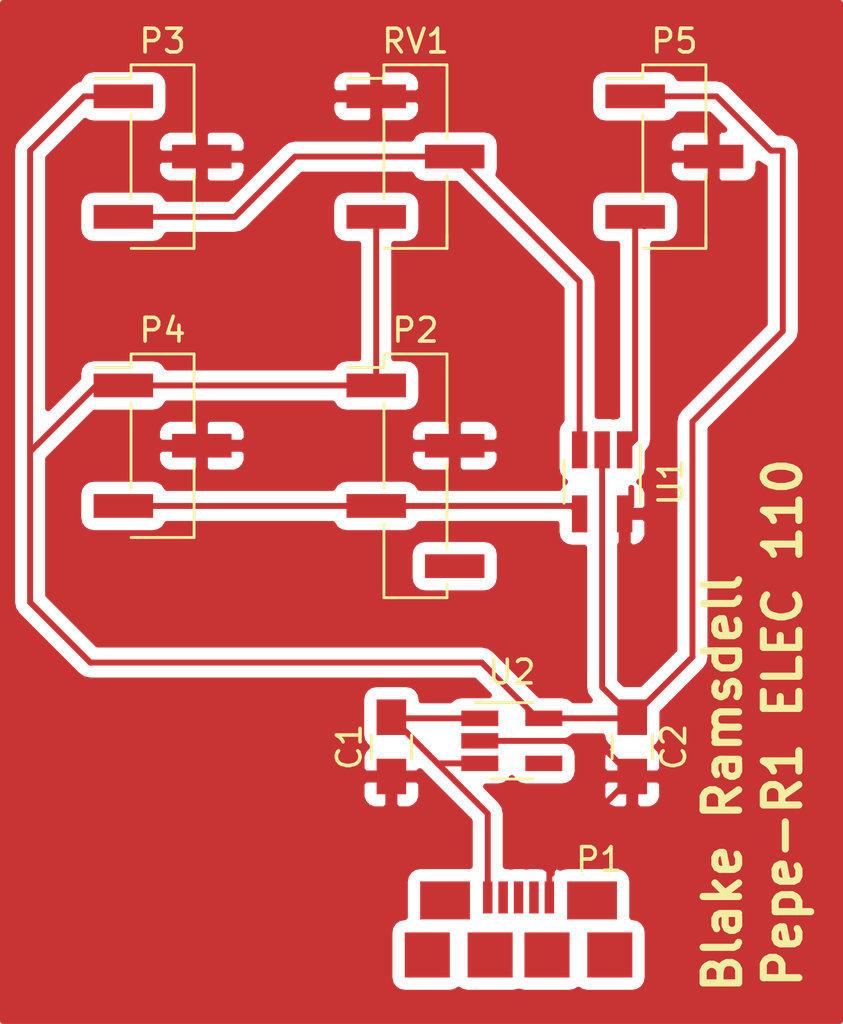
<source format=kicad_pcb>
(kicad_pcb (version 20170920) (host pcbnew "(2017-09-21 revision 427e5ec)-master")

  (general
    (thickness 1.6)
    (drawings 2)
    (tracks 48)
    (zones 0)
    (modules 10)
    (nets 12)
  )

  (page A4)
  (layers
    (0 F.Cu signal)
    (31 B.Cu signal)
    (32 B.Adhes user)
    (33 F.Adhes user)
    (34 B.Paste user)
    (35 F.Paste user)
    (36 B.SilkS user)
    (37 F.SilkS user)
    (38 B.Mask user)
    (39 F.Mask user)
    (40 Dwgs.User user)
    (41 Cmts.User user)
    (42 Eco1.User user)
    (43 Eco2.User user)
    (44 Edge.Cuts user)
    (45 Margin user)
    (46 B.CrtYd user)
    (47 F.CrtYd user)
    (48 B.Fab user)
    (49 F.Fab user)
  )

  (setup
    (last_trace_width 0.25)
    (trace_clearance 0.2)
    (zone_clearance 0.508)
    (zone_45_only yes)
    (trace_min 0.2)
    (segment_width 0.2)
    (edge_width 0.15)
    (via_size 0.8)
    (via_drill 0.4)
    (via_min_size 0.4)
    (via_min_drill 0.3)
    (uvia_size 0.3)
    (uvia_drill 0.1)
    (uvias_allowed no)
    (uvia_min_size 0.2)
    (uvia_min_drill 0.1)
    (pcb_text_width 0.3)
    (pcb_text_size 1.5 1.5)
    (mod_edge_width 0.15)
    (mod_text_size 1 1)
    (mod_text_width 0.15)
    (pad_size 1.524 1.524)
    (pad_drill 0.762)
    (pad_to_mask_clearance 0.2)
    (aux_axis_origin 0 0)
    (visible_elements FFFFFF7F)
    (pcbplotparams
      (layerselection 0x00030_ffffffff)
      (usegerberextensions false)
      (usegerberattributes true)
      (usegerberadvancedattributes true)
      (creategerberjobfile true)
      (excludeedgelayer true)
      (linewidth 0.100000)
      (plotframeref false)
      (viasonmask false)
      (mode 1)
      (useauxorigin false)
      (hpglpennumber 1)
      (hpglpenspeed 20)
      (hpglpendiameter 15)
      (psnegative false)
      (psa4output false)
      (plotreference true)
      (plotvalue true)
      (plotinvisibletext false)
      (padsonsilk false)
      (subtractmaskfromsilk false)
      (outputformat 1)
      (mirror false)
      (drillshape 1)
      (scaleselection 1)
      (outputdirectory ""))
  )

  (net 0 "")
  (net 1 GND)
  (net 2 VCC)
  (net 3 +5V)
  (net 4 "Net-(P1-Pad6)")
  (net 5 "Net-(P1-Pad4)")
  (net 6 "Net-(P1-Pad3)")
  (net 7 "Net-(P1-Pad2)")
  (net 8 ~ENABLE)
  (net 9 VOC)
  (net 10 SETPOINT)
  (net 11 OUTPUT)

  (net_class Default "This is the default net class."
    (clearance 0.2)
    (trace_width 0.25)
    (via_dia 0.8)
    (via_drill 0.4)
    (uvia_dia 0.3)
    (uvia_drill 0.1)
    (add_net +5V)
    (add_net GND)
    (add_net "Net-(P1-Pad2)")
    (add_net "Net-(P1-Pad3)")
    (add_net "Net-(P1-Pad4)")
    (add_net "Net-(P1-Pad6)")
    (add_net OUTPUT)
    (add_net SETPOINT)
    (add_net VCC)
    (add_net VOC)
    (add_net ~ENABLE)
  )

  (module TO_SOT_Packages_SMD:SOT-23-5_HandSoldering (layer F.Cu) (tedit 59D1BBBB) (tstamp 59D2385B)
    (at 91.44 60.96 270)
    (descr "5-pin SOT23 package")
    (tags "SOT-23-5 hand-soldering")
    (path /59D1B9B6)
    (attr smd)
    (fp_text reference U1 (at 0 -2.9 270) (layer F.SilkS)
      (effects (font (size 1 1) (thickness 0.15)))
    )
    (fp_text value MIC7211YM5 (at 0 2.9 270) (layer F.Fab) hide
      (effects (font (size 1 1) (thickness 0.15)))
    )
    (fp_text user %R (at 0 0) (layer F.Fab)
      (effects (font (size 0.5 0.5) (thickness 0.075)))
    )
    (fp_line (start -0.9 1.61) (end 0.9 1.61) (layer F.SilkS) (width 0.12))
    (fp_line (start 0.9 -1.61) (end -1.55 -1.61) (layer F.SilkS) (width 0.12))
    (fp_line (start -0.9 -0.9) (end -0.25 -1.55) (layer F.Fab) (width 0.1))
    (fp_line (start 0.9 -1.55) (end -0.25 -1.55) (layer F.Fab) (width 0.1))
    (fp_line (start -0.9 -0.9) (end -0.9 1.55) (layer F.Fab) (width 0.1))
    (fp_line (start 0.9 1.55) (end -0.9 1.55) (layer F.Fab) (width 0.1))
    (fp_line (start 0.9 -1.55) (end 0.9 1.55) (layer F.Fab) (width 0.1))
    (fp_line (start -2.38 -1.8) (end 2.38 -1.8) (layer F.CrtYd) (width 0.05))
    (fp_line (start -2.38 -1.8) (end -2.38 1.8) (layer F.CrtYd) (width 0.05))
    (fp_line (start 2.38 1.8) (end 2.38 -1.8) (layer F.CrtYd) (width 0.05))
    (fp_line (start 2.38 1.8) (end -2.38 1.8) (layer F.CrtYd) (width 0.05))
    (pad 1 smd rect (at -1.35 -0.95 270) (size 1.56 0.65) (layers F.Cu F.Paste F.Mask)
      (net 11 OUTPUT))
    (pad 2 smd rect (at -1.35 0 270) (size 1.56 0.65) (layers F.Cu F.Paste F.Mask)
      (net 3 +5V))
    (pad 3 smd rect (at -1.35 0.95 270) (size 1.56 0.65) (layers F.Cu F.Paste F.Mask)
      (net 10 SETPOINT))
    (pad 4 smd rect (at 1.35 0.95 270) (size 1.56 0.65) (layers F.Cu F.Paste F.Mask)
      (net 9 VOC))
    (pad 5 smd rect (at 1.35 -0.95 270) (size 1.56 0.65) (layers F.Cu F.Paste F.Mask)
      (net 1 GND))
    (model ${KISYS3DMOD}/TO_SOT_Packages_SMD.3dshapes\SOT-23-5.wrl
      (at (xyz 0 0 0))
      (scale (xyz 1 1 1))
      (rotate (xyz 0 0 0))
    )
  )

  (module Capacitors_SMD:C_0805_HandSoldering (layer F.Cu) (tedit 59D188CB) (tstamp 59D2377F)
    (at 82.55 72.136 270)
    (descr "Capacitor SMD 0805, hand soldering")
    (tags "capacitor 0805")
    (path /59D078C8)
    (attr smd)
    (fp_text reference C1 (at 0 1.778 270) (layer F.SilkS)
      (effects (font (size 1 1) (thickness 0.15)))
    )
    (fp_text value 1µF (at 0 1.75 270) (layer F.Fab) hide
      (effects (font (size 1 1) (thickness 0.15)))
    )
    (fp_line (start 2.25 0.87) (end -2.25 0.87) (layer F.CrtYd) (width 0.05))
    (fp_line (start 2.25 0.87) (end 2.25 -0.88) (layer F.CrtYd) (width 0.05))
    (fp_line (start -2.25 -0.88) (end -2.25 0.87) (layer F.CrtYd) (width 0.05))
    (fp_line (start -2.25 -0.88) (end 2.25 -0.88) (layer F.CrtYd) (width 0.05))
    (fp_line (start -0.5 0.85) (end 0.5 0.85) (layer F.SilkS) (width 0.12))
    (fp_line (start 0.5 -0.85) (end -0.5 -0.85) (layer F.SilkS) (width 0.12))
    (fp_line (start -1 -0.62) (end 1 -0.62) (layer F.Fab) (width 0.1))
    (fp_line (start 1 -0.62) (end 1 0.62) (layer F.Fab) (width 0.1))
    (fp_line (start 1 0.62) (end -1 0.62) (layer F.Fab) (width 0.1))
    (fp_line (start -1 0.62) (end -1 -0.62) (layer F.Fab) (width 0.1))
    (fp_text user %R (at 0 1.778 270) (layer F.Fab)
      (effects (font (size 1 1) (thickness 0.15)))
    )
    (pad 2 smd rect (at 1.25 0 270) (size 1.5 1.25) (layers F.Cu F.Paste F.Mask)
      (net 1 GND))
    (pad 1 smd rect (at -1.25 0 270) (size 1.5 1.25) (layers F.Cu F.Paste F.Mask)
      (net 2 VCC))
    (model Capacitors_SMD.3dshapes/C_0805.wrl
      (at (xyz 0 0 0))
      (scale (xyz 1 1 1))
      (rotate (xyz 0 0 0))
    )
  )

  (module Capacitors_SMD:C_0805_HandSoldering (layer F.Cu) (tedit 59D18889) (tstamp 59D23790)
    (at 92.71 72.136 270)
    (descr "Capacitor SMD 0805, hand soldering")
    (tags "capacitor 0805")
    (path /59D07931)
    (attr smd)
    (fp_text reference C2 (at 0 -1.75 270) (layer F.SilkS)
      (effects (font (size 1 1) (thickness 0.15)))
    )
    (fp_text value 1µF (at 0 1.75 270) (layer F.Fab) hide
      (effects (font (size 1 1) (thickness 0.15)))
    )
    (fp_text user %R (at 0 -1.75 270) (layer F.Fab)
      (effects (font (size 1 1) (thickness 0.15)))
    )
    (fp_line (start -1 0.62) (end -1 -0.62) (layer F.Fab) (width 0.1))
    (fp_line (start 1 0.62) (end -1 0.62) (layer F.Fab) (width 0.1))
    (fp_line (start 1 -0.62) (end 1 0.62) (layer F.Fab) (width 0.1))
    (fp_line (start -1 -0.62) (end 1 -0.62) (layer F.Fab) (width 0.1))
    (fp_line (start 0.5 -0.85) (end -0.5 -0.85) (layer F.SilkS) (width 0.12))
    (fp_line (start -0.5 0.85) (end 0.5 0.85) (layer F.SilkS) (width 0.12))
    (fp_line (start -2.25 -0.88) (end 2.25 -0.88) (layer F.CrtYd) (width 0.05))
    (fp_line (start -2.25 -0.88) (end -2.25 0.87) (layer F.CrtYd) (width 0.05))
    (fp_line (start 2.25 0.87) (end 2.25 -0.88) (layer F.CrtYd) (width 0.05))
    (fp_line (start 2.25 0.87) (end -2.25 0.87) (layer F.CrtYd) (width 0.05))
    (pad 1 smd rect (at -1.25 0 270) (size 1.5 1.25) (layers F.Cu F.Paste F.Mask)
      (net 3 +5V))
    (pad 2 smd rect (at 1.25 0 270) (size 1.5 1.25) (layers F.Cu F.Paste F.Mask)
      (net 1 GND))
    (model Capacitors_SMD.3dshapes/C_0805.wrl
      (at (xyz 0 0 0))
      (scale (xyz 1 1 1))
      (rotate (xyz 0 0 0))
    )
  )

  (module Pepe:USB_OTG (layer F.Cu) (tedit 59D18B13) (tstamp 59D2379F)
    (at 86.614 78.486)
    (path /59D0741D)
    (fp_text reference P1 (at 4.7 -1.6) (layer F.SilkS)
      (effects (font (size 1 1) (thickness 0.15)))
    )
    (fp_text value USB_OTG (at -1.6 -1.6) (layer F.Fab) hide
      (effects (font (size 1 1) (thickness 0.15)))
    )
    (pad "" smd rect (at 5.15 2.425) (size 1.9 1.9) (layers F.Cu F.Paste F.Mask))
    (pad "" smd rect (at -2.55 2.425) (size 1.9 1.9) (layers F.Cu F.Paste F.Mask))
    (pad "" smd rect (at 2.5 2.425) (size 1.9 1.9) (layers F.Cu F.Paste F.Mask))
    (pad "" smd rect (at 0.1 2.425) (size 1.9 1.9) (layers F.Cu F.Paste F.Mask))
    (pad 6 smd rect (at 4.4 0.125) (size 2.1 1.6) (layers F.Cu F.Paste F.Mask)
      (net 4 "Net-(P1-Pad6)"))
    (pad "" smd rect (at -1.8 0.125) (size 2.1 1.6) (layers F.Cu F.Paste F.Mask))
    (pad 5 smd rect (at 2.6 0) (size 0.4 1.35) (layers F.Cu F.Paste F.Mask)
      (net 1 GND))
    (pad 4 smd rect (at 1.95 0) (size 0.4 1.35) (layers F.Cu F.Paste F.Mask)
      (net 5 "Net-(P1-Pad4)"))
    (pad 3 smd rect (at 1.3 0) (size 0.4 1.35) (layers F.Cu F.Paste F.Mask)
      (net 6 "Net-(P1-Pad3)"))
    (pad 2 smd rect (at 0.65 0) (size 0.4 1.35) (layers F.Cu F.Paste F.Mask)
      (net 7 "Net-(P1-Pad2)"))
    (pad 1 smd rect (at 0 0) (size 0.4 1.35) (layers F.Cu F.Paste F.Mask)
      (net 2 VCC))
  )

  (module Pin_Headers:Pin_Header_Straight_1x04_Pitch2.54mm_SMD_Pin1Left (layer F.Cu) (tedit 59650532) (tstamp 59D237C6)
    (at 83.566 60.706)
    (descr "surface-mounted straight pin header, 1x04, 2.54mm pitch, single row, style 1 (pin 1 left)")
    (tags "Surface mounted pin header SMD 1x04 2.54mm single row style1 pin1 left")
    (path /59D0973D)
    (attr smd)
    (fp_text reference P2 (at 0 -6.14) (layer F.SilkS)
      (effects (font (size 1 1) (thickness 0.15)))
    )
    (fp_text value VOC_CONN (at 0 6.14) (layer F.Fab)
      (effects (font (size 1 1) (thickness 0.15)))
    )
    (fp_text user %R (at 0 0 90) (layer F.Fab)
      (effects (font (size 1 1) (thickness 0.15)))
    )
    (fp_line (start 3.45 -5.6) (end -3.45 -5.6) (layer F.CrtYd) (width 0.05))
    (fp_line (start 3.45 5.6) (end 3.45 -5.6) (layer F.CrtYd) (width 0.05))
    (fp_line (start -3.45 5.6) (end 3.45 5.6) (layer F.CrtYd) (width 0.05))
    (fp_line (start -3.45 -5.6) (end -3.45 5.6) (layer F.CrtYd) (width 0.05))
    (fp_line (start -1.33 2.03) (end -1.33 5.14) (layer F.SilkS) (width 0.12))
    (fp_line (start -1.33 -3.05) (end -1.33 0.51) (layer F.SilkS) (width 0.12))
    (fp_line (start 1.33 -0.51) (end 1.33 3.05) (layer F.SilkS) (width 0.12))
    (fp_line (start 1.33 4.57) (end 1.33 5.14) (layer F.SilkS) (width 0.12))
    (fp_line (start -1.33 -5.14) (end -1.33 -4.57) (layer F.SilkS) (width 0.12))
    (fp_line (start -1.33 -4.57) (end -2.85 -4.57) (layer F.SilkS) (width 0.12))
    (fp_line (start 1.33 -5.14) (end 1.33 -2.03) (layer F.SilkS) (width 0.12))
    (fp_line (start -1.33 5.14) (end 1.33 5.14) (layer F.SilkS) (width 0.12))
    (fp_line (start -1.33 -5.14) (end 1.33 -5.14) (layer F.SilkS) (width 0.12))
    (fp_line (start 2.54 4.13) (end 1.27 4.13) (layer F.Fab) (width 0.1))
    (fp_line (start 2.54 3.49) (end 2.54 4.13) (layer F.Fab) (width 0.1))
    (fp_line (start 1.27 3.49) (end 2.54 3.49) (layer F.Fab) (width 0.1))
    (fp_line (start 2.54 -0.95) (end 1.27 -0.95) (layer F.Fab) (width 0.1))
    (fp_line (start 2.54 -1.59) (end 2.54 -0.95) (layer F.Fab) (width 0.1))
    (fp_line (start 1.27 -1.59) (end 2.54 -1.59) (layer F.Fab) (width 0.1))
    (fp_line (start -2.54 1.59) (end -1.27 1.59) (layer F.Fab) (width 0.1))
    (fp_line (start -2.54 0.95) (end -2.54 1.59) (layer F.Fab) (width 0.1))
    (fp_line (start -1.27 0.95) (end -2.54 0.95) (layer F.Fab) (width 0.1))
    (fp_line (start -2.54 -3.49) (end -1.27 -3.49) (layer F.Fab) (width 0.1))
    (fp_line (start -2.54 -4.13) (end -2.54 -3.49) (layer F.Fab) (width 0.1))
    (fp_line (start -1.27 -4.13) (end -2.54 -4.13) (layer F.Fab) (width 0.1))
    (fp_line (start 1.27 -5.08) (end 1.27 5.08) (layer F.Fab) (width 0.1))
    (fp_line (start -1.27 -4.13) (end -0.32 -5.08) (layer F.Fab) (width 0.1))
    (fp_line (start -1.27 5.08) (end -1.27 -4.13) (layer F.Fab) (width 0.1))
    (fp_line (start -0.32 -5.08) (end 1.27 -5.08) (layer F.Fab) (width 0.1))
    (fp_line (start 1.27 5.08) (end -1.27 5.08) (layer F.Fab) (width 0.1))
    (pad 4 smd rect (at 1.655 3.81) (size 2.51 1) (layers F.Cu F.Paste F.Mask)
      (net 8 ~ENABLE))
    (pad 2 smd rect (at 1.655 -1.27) (size 2.51 1) (layers F.Cu F.Paste F.Mask)
      (net 1 GND))
    (pad 3 smd rect (at -1.655 1.27) (size 2.51 1) (layers F.Cu F.Paste F.Mask)
      (net 9 VOC))
    (pad 1 smd rect (at -1.655 -3.81) (size 2.51 1) (layers F.Cu F.Paste F.Mask)
      (net 3 +5V))
    (model ${KISYS3DMOD}/Pin_Headers.3dshapes/Pin_Header_Straight_1x04_Pitch2.54mm_SMD_Pin1Left.wrl
      (at (xyz 0 0 0))
      (scale (xyz 1 1 1))
      (rotate (xyz 0 0 0))
    )
  )

  (module Pin_Headers:Pin_Header_Straight_1x03_Pitch2.54mm_SMD_Pin1Left (layer F.Cu) (tedit 59650532) (tstamp 59D237E8)
    (at 72.898 47.244)
    (descr "surface-mounted straight pin header, 1x03, 2.54mm pitch, single row, style 1 (pin 1 left)")
    (tags "Surface mounted pin header SMD 1x03 2.54mm single row style1 pin1 left")
    (path /59D0A568)
    (attr smd)
    (fp_text reference P3 (at 0 -4.87) (layer F.SilkS)
      (effects (font (size 1 1) (thickness 0.15)))
    )
    (fp_text value DBG_SETPOINT (at 0 4.87) (layer F.Fab)
      (effects (font (size 1 1) (thickness 0.15)))
    )
    (fp_line (start 1.27 3.81) (end -1.27 3.81) (layer F.Fab) (width 0.1))
    (fp_line (start -0.32 -3.81) (end 1.27 -3.81) (layer F.Fab) (width 0.1))
    (fp_line (start -1.27 3.81) (end -1.27 -2.86) (layer F.Fab) (width 0.1))
    (fp_line (start -1.27 -2.86) (end -0.32 -3.81) (layer F.Fab) (width 0.1))
    (fp_line (start 1.27 -3.81) (end 1.27 3.81) (layer F.Fab) (width 0.1))
    (fp_line (start -1.27 -2.86) (end -2.54 -2.86) (layer F.Fab) (width 0.1))
    (fp_line (start -2.54 -2.86) (end -2.54 -2.22) (layer F.Fab) (width 0.1))
    (fp_line (start -2.54 -2.22) (end -1.27 -2.22) (layer F.Fab) (width 0.1))
    (fp_line (start -1.27 2.22) (end -2.54 2.22) (layer F.Fab) (width 0.1))
    (fp_line (start -2.54 2.22) (end -2.54 2.86) (layer F.Fab) (width 0.1))
    (fp_line (start -2.54 2.86) (end -1.27 2.86) (layer F.Fab) (width 0.1))
    (fp_line (start 1.27 -0.32) (end 2.54 -0.32) (layer F.Fab) (width 0.1))
    (fp_line (start 2.54 -0.32) (end 2.54 0.32) (layer F.Fab) (width 0.1))
    (fp_line (start 2.54 0.32) (end 1.27 0.32) (layer F.Fab) (width 0.1))
    (fp_line (start -1.33 -3.87) (end 1.33 -3.87) (layer F.SilkS) (width 0.12))
    (fp_line (start -1.33 3.87) (end 1.33 3.87) (layer F.SilkS) (width 0.12))
    (fp_line (start 1.33 -3.87) (end 1.33 -0.76) (layer F.SilkS) (width 0.12))
    (fp_line (start -1.33 -3.3) (end -2.85 -3.3) (layer F.SilkS) (width 0.12))
    (fp_line (start -1.33 -3.87) (end -1.33 -3.3) (layer F.SilkS) (width 0.12))
    (fp_line (start 1.33 3.3) (end 1.33 3.87) (layer F.SilkS) (width 0.12))
    (fp_line (start 1.33 0.76) (end 1.33 3.87) (layer F.SilkS) (width 0.12))
    (fp_line (start -1.33 -1.78) (end -1.33 1.78) (layer F.SilkS) (width 0.12))
    (fp_line (start -3.45 -4.35) (end -3.45 4.35) (layer F.CrtYd) (width 0.05))
    (fp_line (start -3.45 4.35) (end 3.45 4.35) (layer F.CrtYd) (width 0.05))
    (fp_line (start 3.45 4.35) (end 3.45 -4.35) (layer F.CrtYd) (width 0.05))
    (fp_line (start 3.45 -4.35) (end -3.45 -4.35) (layer F.CrtYd) (width 0.05))
    (fp_text user %R (at 0 0 90) (layer F.Fab)
      (effects (font (size 1 1) (thickness 0.15)))
    )
    (pad 1 smd rect (at -1.655 -2.54) (size 2.51 1) (layers F.Cu F.Paste F.Mask)
      (net 3 +5V))
    (pad 3 smd rect (at -1.655 2.54) (size 2.51 1) (layers F.Cu F.Paste F.Mask)
      (net 10 SETPOINT))
    (pad 2 smd rect (at 1.655 0) (size 2.51 1) (layers F.Cu F.Paste F.Mask)
      (net 1 GND))
    (model ${KISYS3DMOD}/Pin_Headers.3dshapes/Pin_Header_Straight_1x03_Pitch2.54mm_SMD_Pin1Left.wrl
      (at (xyz 0 0 0))
      (scale (xyz 1 1 1))
      (rotate (xyz 0 0 0))
    )
  )

  (module Pin_Headers:Pin_Header_Straight_1x03_Pitch2.54mm_SMD_Pin1Left (layer F.Cu) (tedit 59650532) (tstamp 59D2380A)
    (at 72.898 59.436)
    (descr "surface-mounted straight pin header, 1x03, 2.54mm pitch, single row, style 1 (pin 1 left)")
    (tags "Surface mounted pin header SMD 1x03 2.54mm single row style1 pin1 left")
    (path /59D0A9A5)
    (attr smd)
    (fp_text reference P4 (at 0 -4.87) (layer F.SilkS)
      (effects (font (size 1 1) (thickness 0.15)))
    )
    (fp_text value DBG_VOC (at 0 4.87) (layer F.Fab)
      (effects (font (size 1 1) (thickness 0.15)))
    )
    (fp_text user %R (at 0 0 90) (layer F.Fab)
      (effects (font (size 1 1) (thickness 0.15)))
    )
    (fp_line (start 3.45 -4.35) (end -3.45 -4.35) (layer F.CrtYd) (width 0.05))
    (fp_line (start 3.45 4.35) (end 3.45 -4.35) (layer F.CrtYd) (width 0.05))
    (fp_line (start -3.45 4.35) (end 3.45 4.35) (layer F.CrtYd) (width 0.05))
    (fp_line (start -3.45 -4.35) (end -3.45 4.35) (layer F.CrtYd) (width 0.05))
    (fp_line (start -1.33 -1.78) (end -1.33 1.78) (layer F.SilkS) (width 0.12))
    (fp_line (start 1.33 0.76) (end 1.33 3.87) (layer F.SilkS) (width 0.12))
    (fp_line (start 1.33 3.3) (end 1.33 3.87) (layer F.SilkS) (width 0.12))
    (fp_line (start -1.33 -3.87) (end -1.33 -3.3) (layer F.SilkS) (width 0.12))
    (fp_line (start -1.33 -3.3) (end -2.85 -3.3) (layer F.SilkS) (width 0.12))
    (fp_line (start 1.33 -3.87) (end 1.33 -0.76) (layer F.SilkS) (width 0.12))
    (fp_line (start -1.33 3.87) (end 1.33 3.87) (layer F.SilkS) (width 0.12))
    (fp_line (start -1.33 -3.87) (end 1.33 -3.87) (layer F.SilkS) (width 0.12))
    (fp_line (start 2.54 0.32) (end 1.27 0.32) (layer F.Fab) (width 0.1))
    (fp_line (start 2.54 -0.32) (end 2.54 0.32) (layer F.Fab) (width 0.1))
    (fp_line (start 1.27 -0.32) (end 2.54 -0.32) (layer F.Fab) (width 0.1))
    (fp_line (start -2.54 2.86) (end -1.27 2.86) (layer F.Fab) (width 0.1))
    (fp_line (start -2.54 2.22) (end -2.54 2.86) (layer F.Fab) (width 0.1))
    (fp_line (start -1.27 2.22) (end -2.54 2.22) (layer F.Fab) (width 0.1))
    (fp_line (start -2.54 -2.22) (end -1.27 -2.22) (layer F.Fab) (width 0.1))
    (fp_line (start -2.54 -2.86) (end -2.54 -2.22) (layer F.Fab) (width 0.1))
    (fp_line (start -1.27 -2.86) (end -2.54 -2.86) (layer F.Fab) (width 0.1))
    (fp_line (start 1.27 -3.81) (end 1.27 3.81) (layer F.Fab) (width 0.1))
    (fp_line (start -1.27 -2.86) (end -0.32 -3.81) (layer F.Fab) (width 0.1))
    (fp_line (start -1.27 3.81) (end -1.27 -2.86) (layer F.Fab) (width 0.1))
    (fp_line (start -0.32 -3.81) (end 1.27 -3.81) (layer F.Fab) (width 0.1))
    (fp_line (start 1.27 3.81) (end -1.27 3.81) (layer F.Fab) (width 0.1))
    (pad 2 smd rect (at 1.655 0) (size 2.51 1) (layers F.Cu F.Paste F.Mask)
      (net 1 GND))
    (pad 3 smd rect (at -1.655 2.54) (size 2.51 1) (layers F.Cu F.Paste F.Mask)
      (net 9 VOC))
    (pad 1 smd rect (at -1.655 -2.54) (size 2.51 1) (layers F.Cu F.Paste F.Mask)
      (net 3 +5V))
    (model ${KISYS3DMOD}/Pin_Headers.3dshapes/Pin_Header_Straight_1x03_Pitch2.54mm_SMD_Pin1Left.wrl
      (at (xyz 0 0 0))
      (scale (xyz 1 1 1))
      (rotate (xyz 0 0 0))
    )
  )

  (module Pin_Headers:Pin_Header_Straight_1x03_Pitch2.54mm_SMD_Pin1Left (layer F.Cu) (tedit 59650532) (tstamp 59D2382C)
    (at 94.488 47.244)
    (descr "surface-mounted straight pin header, 1x03, 2.54mm pitch, single row, style 1 (pin 1 left)")
    (tags "Surface mounted pin header SMD 1x03 2.54mm single row style1 pin1 left")
    (path /59D0ABB2)
    (attr smd)
    (fp_text reference P5 (at 0 -4.87) (layer F.SilkS)
      (effects (font (size 1 1) (thickness 0.15)))
    )
    (fp_text value DBG_OUTPUT (at 0 4.87) (layer F.Fab)
      (effects (font (size 1 1) (thickness 0.15)))
    )
    (fp_line (start 1.27 3.81) (end -1.27 3.81) (layer F.Fab) (width 0.1))
    (fp_line (start -0.32 -3.81) (end 1.27 -3.81) (layer F.Fab) (width 0.1))
    (fp_line (start -1.27 3.81) (end -1.27 -2.86) (layer F.Fab) (width 0.1))
    (fp_line (start -1.27 -2.86) (end -0.32 -3.81) (layer F.Fab) (width 0.1))
    (fp_line (start 1.27 -3.81) (end 1.27 3.81) (layer F.Fab) (width 0.1))
    (fp_line (start -1.27 -2.86) (end -2.54 -2.86) (layer F.Fab) (width 0.1))
    (fp_line (start -2.54 -2.86) (end -2.54 -2.22) (layer F.Fab) (width 0.1))
    (fp_line (start -2.54 -2.22) (end -1.27 -2.22) (layer F.Fab) (width 0.1))
    (fp_line (start -1.27 2.22) (end -2.54 2.22) (layer F.Fab) (width 0.1))
    (fp_line (start -2.54 2.22) (end -2.54 2.86) (layer F.Fab) (width 0.1))
    (fp_line (start -2.54 2.86) (end -1.27 2.86) (layer F.Fab) (width 0.1))
    (fp_line (start 1.27 -0.32) (end 2.54 -0.32) (layer F.Fab) (width 0.1))
    (fp_line (start 2.54 -0.32) (end 2.54 0.32) (layer F.Fab) (width 0.1))
    (fp_line (start 2.54 0.32) (end 1.27 0.32) (layer F.Fab) (width 0.1))
    (fp_line (start -1.33 -3.87) (end 1.33 -3.87) (layer F.SilkS) (width 0.12))
    (fp_line (start -1.33 3.87) (end 1.33 3.87) (layer F.SilkS) (width 0.12))
    (fp_line (start 1.33 -3.87) (end 1.33 -0.76) (layer F.SilkS) (width 0.12))
    (fp_line (start -1.33 -3.3) (end -2.85 -3.3) (layer F.SilkS) (width 0.12))
    (fp_line (start -1.33 -3.87) (end -1.33 -3.3) (layer F.SilkS) (width 0.12))
    (fp_line (start 1.33 3.3) (end 1.33 3.87) (layer F.SilkS) (width 0.12))
    (fp_line (start 1.33 0.76) (end 1.33 3.87) (layer F.SilkS) (width 0.12))
    (fp_line (start -1.33 -1.78) (end -1.33 1.78) (layer F.SilkS) (width 0.12))
    (fp_line (start -3.45 -4.35) (end -3.45 4.35) (layer F.CrtYd) (width 0.05))
    (fp_line (start -3.45 4.35) (end 3.45 4.35) (layer F.CrtYd) (width 0.05))
    (fp_line (start 3.45 4.35) (end 3.45 -4.35) (layer F.CrtYd) (width 0.05))
    (fp_line (start 3.45 -4.35) (end -3.45 -4.35) (layer F.CrtYd) (width 0.05))
    (fp_text user %R (at 0 0 90) (layer F.Fab)
      (effects (font (size 1 1) (thickness 0.15)))
    )
    (pad 1 smd rect (at -1.655 -2.54) (size 2.51 1) (layers F.Cu F.Paste F.Mask)
      (net 3 +5V))
    (pad 3 smd rect (at -1.655 2.54) (size 2.51 1) (layers F.Cu F.Paste F.Mask)
      (net 11 OUTPUT))
    (pad 2 smd rect (at 1.655 0) (size 2.51 1) (layers F.Cu F.Paste F.Mask)
      (net 1 GND))
    (model ${KISYS3DMOD}/Pin_Headers.3dshapes/Pin_Header_Straight_1x03_Pitch2.54mm_SMD_Pin1Left.wrl
      (at (xyz 0 0 0))
      (scale (xyz 1 1 1))
      (rotate (xyz 0 0 0))
    )
  )

  (module Pin_Headers:Pin_Header_Straight_1x03_Pitch2.54mm_SMD_Pin1Left (layer F.Cu) (tedit 59650532) (tstamp 59D2384E)
    (at 83.566 47.244)
    (descr "surface-mounted straight pin header, 1x03, 2.54mm pitch, single row, style 1 (pin 1 left)")
    (tags "Surface mounted pin header SMD 1x03 2.54mm single row style1 pin1 left")
    (path /59D09FCB)
    (attr smd)
    (fp_text reference RV1 (at 0 -4.87) (layer F.SilkS)
      (effects (font (size 1 1) (thickness 0.15)))
    )
    (fp_text value POT (at 0 4.87) (layer F.Fab)
      (effects (font (size 1 1) (thickness 0.15)))
    )
    (fp_text user %R (at 0 0 90) (layer F.Fab)
      (effects (font (size 1 1) (thickness 0.15)))
    )
    (fp_line (start 3.45 -4.35) (end -3.45 -4.35) (layer F.CrtYd) (width 0.05))
    (fp_line (start 3.45 4.35) (end 3.45 -4.35) (layer F.CrtYd) (width 0.05))
    (fp_line (start -3.45 4.35) (end 3.45 4.35) (layer F.CrtYd) (width 0.05))
    (fp_line (start -3.45 -4.35) (end -3.45 4.35) (layer F.CrtYd) (width 0.05))
    (fp_line (start -1.33 -1.78) (end -1.33 1.78) (layer F.SilkS) (width 0.12))
    (fp_line (start 1.33 0.76) (end 1.33 3.87) (layer F.SilkS) (width 0.12))
    (fp_line (start 1.33 3.3) (end 1.33 3.87) (layer F.SilkS) (width 0.12))
    (fp_line (start -1.33 -3.87) (end -1.33 -3.3) (layer F.SilkS) (width 0.12))
    (fp_line (start -1.33 -3.3) (end -2.85 -3.3) (layer F.SilkS) (width 0.12))
    (fp_line (start 1.33 -3.87) (end 1.33 -0.76) (layer F.SilkS) (width 0.12))
    (fp_line (start -1.33 3.87) (end 1.33 3.87) (layer F.SilkS) (width 0.12))
    (fp_line (start -1.33 -3.87) (end 1.33 -3.87) (layer F.SilkS) (width 0.12))
    (fp_line (start 2.54 0.32) (end 1.27 0.32) (layer F.Fab) (width 0.1))
    (fp_line (start 2.54 -0.32) (end 2.54 0.32) (layer F.Fab) (width 0.1))
    (fp_line (start 1.27 -0.32) (end 2.54 -0.32) (layer F.Fab) (width 0.1))
    (fp_line (start -2.54 2.86) (end -1.27 2.86) (layer F.Fab) (width 0.1))
    (fp_line (start -2.54 2.22) (end -2.54 2.86) (layer F.Fab) (width 0.1))
    (fp_line (start -1.27 2.22) (end -2.54 2.22) (layer F.Fab) (width 0.1))
    (fp_line (start -2.54 -2.22) (end -1.27 -2.22) (layer F.Fab) (width 0.1))
    (fp_line (start -2.54 -2.86) (end -2.54 -2.22) (layer F.Fab) (width 0.1))
    (fp_line (start -1.27 -2.86) (end -2.54 -2.86) (layer F.Fab) (width 0.1))
    (fp_line (start 1.27 -3.81) (end 1.27 3.81) (layer F.Fab) (width 0.1))
    (fp_line (start -1.27 -2.86) (end -0.32 -3.81) (layer F.Fab) (width 0.1))
    (fp_line (start -1.27 3.81) (end -1.27 -2.86) (layer F.Fab) (width 0.1))
    (fp_line (start -0.32 -3.81) (end 1.27 -3.81) (layer F.Fab) (width 0.1))
    (fp_line (start 1.27 3.81) (end -1.27 3.81) (layer F.Fab) (width 0.1))
    (pad 2 smd rect (at 1.655 0) (size 2.51 1) (layers F.Cu F.Paste F.Mask)
      (net 10 SETPOINT))
    (pad 3 smd rect (at -1.655 2.54) (size 2.51 1) (layers F.Cu F.Paste F.Mask)
      (net 3 +5V))
    (pad 1 smd rect (at -1.655 -2.54) (size 2.51 1) (layers F.Cu F.Paste F.Mask)
      (net 1 GND))
    (model ${KISYS3DMOD}/Pin_Headers.3dshapes/Pin_Header_Straight_1x03_Pitch2.54mm_SMD_Pin1Left.wrl
      (at (xyz 0 0 0))
      (scale (xyz 1 1 1))
      (rotate (xyz 0 0 0))
    )
  )

  (module TO_SOT_Packages_SMD:SOT-23-5_HandSoldering (layer F.Cu) (tedit 59D18B3C) (tstamp 59D23870)
    (at 87.63 71.882)
    (descr "5-pin SOT23 package")
    (tags "SOT-23-5 hand-soldering")
    (path /59D13EF6)
    (attr smd)
    (fp_text reference U2 (at 0 -2.9) (layer F.SilkS)
      (effects (font (size 1 1) (thickness 0.15)))
    )
    (fp_text value APT7335A-50 (at 0 3.556) (layer F.Fab) hide
      (effects (font (size 1 1) (thickness 0.15)))
    )
    (fp_line (start 2.38 1.8) (end -2.38 1.8) (layer F.CrtYd) (width 0.05))
    (fp_line (start 2.38 1.8) (end 2.38 -1.8) (layer F.CrtYd) (width 0.05))
    (fp_line (start -2.38 -1.8) (end -2.38 1.8) (layer F.CrtYd) (width 0.05))
    (fp_line (start -2.38 -1.8) (end 2.38 -1.8) (layer F.CrtYd) (width 0.05))
    (fp_line (start 0.9 -1.55) (end 0.9 1.55) (layer F.Fab) (width 0.1))
    (fp_line (start 0.9 1.55) (end -0.9 1.55) (layer F.Fab) (width 0.1))
    (fp_line (start -0.9 -0.9) (end -0.9 1.55) (layer F.Fab) (width 0.1))
    (fp_line (start 0.9 -1.55) (end -0.25 -1.55) (layer F.Fab) (width 0.1))
    (fp_line (start -0.9 -0.9) (end -0.25 -1.55) (layer F.Fab) (width 0.1))
    (fp_line (start 0.9 -1.61) (end -1.55 -1.61) (layer F.SilkS) (width 0.12))
    (fp_line (start -0.9 1.61) (end 0.9 1.61) (layer F.SilkS) (width 0.12))
    (fp_text user %R (at 0 0 90) (layer F.Fab)
      (effects (font (size 0.5 0.5) (thickness 0.075)))
    )
    (pad 5 smd rect (at 1.35 -0.95) (size 1.56 0.65) (layers F.Cu F.Paste F.Mask)
      (net 3 +5V))
    (pad 4 smd rect (at 1.35 0.95) (size 1.56 0.65) (layers F.Cu F.Paste F.Mask))
    (pad 3 smd rect (at -1.35 0.95) (size 1.56 0.65) (layers F.Cu F.Paste F.Mask)
      (net 2 VCC))
    (pad 2 smd rect (at -1.35 0) (size 1.56 0.65) (layers F.Cu F.Paste F.Mask)
      (net 1 GND))
    (pad 1 smd rect (at -1.35 -0.95) (size 1.56 0.65) (layers F.Cu F.Paste F.Mask)
      (net 2 VCC))
    (model ${KISYS3DMOD}/TO_SOT_Packages_SMD.3dshapes\SOT-23-5.wrl
      (at (xyz 0 0 0))
      (scale (xyz 1 1 1))
      (rotate (xyz 0 0 0))
    )
  )

  (gr_text "Pepe-R1 ELEC 110" (at 99.06 71.12 90) (layer F.SilkS)
    (effects (font (size 1.5 1.5) (thickness 0.3)))
  )
  (gr_text "Blake Ramsdell" (at 96.52 73.66 90) (layer F.SilkS)
    (effects (font (size 1.5 1.5) (thickness 0.3)))
  )

  (segment (start 86.28 71.882) (end 91.206 71.882) (width 0.25) (layer F.Cu) (net 1) (status 400000))
  (segment (start 91.206 71.882) (end 92.71 73.386) (width 0.25) (layer F.Cu) (net 1) (tstamp 59D29523) (status 800000))
  (segment (start 89.214 78.486) (end 89.214 76.882) (width 0.25) (layer F.Cu) (net 1) (status 400000))
  (segment (start 89.214 76.882) (end 92.71 73.386) (width 0.25) (layer F.Cu) (net 1) (tstamp 59D29516) (status 800000))
  (segment (start 86.28 72.832) (end 84.496 72.832) (width 0.25) (layer F.Cu) (net 2) (status 400000))
  (segment (start 84.582 72.898) (end 84.582 72.918) (width 0.25) (layer F.Cu) (net 2) (tstamp 59D26E34))
  (segment (start 84.562 72.898) (end 84.582 72.898) (width 0.25) (layer F.Cu) (net 2) (tstamp 59D26E33))
  (segment (start 84.496 72.832) (end 84.562 72.898) (width 0.25) (layer F.Cu) (net 2) (tstamp 59D26E32))
  (segment (start 86.28 70.932) (end 82.596 70.932) (width 0.25) (layer F.Cu) (net 2) (status C00000))
  (segment (start 82.596 70.932) (end 84.582 72.918) (width 0.25) (layer F.Cu) (net 2) (tstamp 59D26E2D) (status 400000))
  (segment (start 84.582 72.918) (end 86.614 74.95) (width 0.25) (layer F.Cu) (net 2) (tstamp 59D26E35))
  (segment (start 86.614 74.95) (end 86.614 78.486) (width 0.25) (layer F.Cu) (net 2) (tstamp 59D26E2E) (status 800000))
  (segment (start 67.31 59.69) (end 67.31 46.99) (width 0.25) (layer F.Cu) (net 3))
  (segment (start 69.596 44.704) (end 71.243 44.704) (width 0.25) (layer F.Cu) (net 3) (tstamp 59D334DC) (status 800000))
  (segment (start 67.31 46.99) (end 69.596 44.704) (width 0.25) (layer F.Cu) (net 3) (tstamp 59D334DB))
  (segment (start 67.31 66.04) (end 67.31 59.69) (width 0.25) (layer F.Cu) (net 3))
  (segment (start 86.36 68.58) (end 69.85 68.58) (width 0.25) (layer F.Cu) (net 3) (tstamp 59D334C2))
  (segment (start 69.85 68.58) (end 67.31 66.04) (width 0.25) (layer F.Cu) (net 3) (tstamp 59D334C4))
  (segment (start 88.712 70.932) (end 86.36 68.58) (width 0.25) (layer F.Cu) (net 3) (tstamp 59D334C1) (status 400000))
  (segment (start 67.31 59.69) (end 70.104 56.896) (width 0.25) (layer F.Cu) (net 3) (tstamp 59D334D0) (status 800000))
  (segment (start 70.104 56.896) (end 71.243 56.896) (width 0.25) (layer F.Cu) (net 3) (tstamp 59D334D1) (status C00000))
  (segment (start 88.98 70.932) (end 88.712 70.932) (width 0.25) (layer F.Cu) (net 3) (status C00000))
  (segment (start 99.06 46.99) (end 99.06 54.61) (width 0.25) (layer F.Cu) (net 3))
  (segment (start 96.266 44.704) (end 98.552 46.99) (width 0.25) (layer F.Cu) (net 3) (tstamp 59D33474))
  (segment (start 98.552 46.99) (end 99.06 46.99) (width 0.25) (layer F.Cu) (net 3) (tstamp 59D33475))
  (segment (start 92.833 44.704) (end 96.266 44.704) (width 0.25) (layer F.Cu) (net 3) (status 400000))
  (segment (start 95.25 68.346) (end 92.71 70.886) (width 0.25) (layer F.Cu) (net 3) (tstamp 59D3347B) (status 800000))
  (segment (start 95.25 58.42) (end 95.25 68.346) (width 0.25) (layer F.Cu) (net 3) (tstamp 59D33479))
  (segment (start 99.06 54.61) (end 95.25 58.42) (width 0.25) (layer F.Cu) (net 3) (tstamp 59D33478))
  (segment (start 91.44 59.61) (end 91.44 69.616) (width 0.25) (layer F.Cu) (net 3) (status 400000))
  (segment (start 91.44 69.616) (end 92.71 70.886) (width 0.25) (layer F.Cu) (net 3) (tstamp 59D33457) (status 800000))
  (segment (start 71.243 56.896) (end 81.911 56.896) (width 0.25) (layer F.Cu) (net 3) (status C00000))
  (segment (start 81.911 49.784) (end 81.911 56.896) (width 0.25) (layer F.Cu) (net 3) (status C00000))
  (segment (start 93.23 70.366) (end 92.71 70.886) (width 0.25) (layer F.Cu) (net 3) (tstamp 59D26E3A) (status C00000))
  (segment (start 88.98 70.932) (end 92.664 70.932) (width 0.25) (layer F.Cu) (net 3) (status C00000))
  (segment (start 92.664 70.932) (end 92.71 70.886) (width 0.25) (layer F.Cu) (net 3) (tstamp 59D26E37) (status C00000))
  (segment (start 81.911 61.976) (end 90.156 61.976) (width 0.25) (layer F.Cu) (net 9) (status 400000))
  (segment (start 90.156 61.976) (end 90.49 62.31) (width 0.25) (layer F.Cu) (net 9) (tstamp 59D3344D) (status 800000))
  (segment (start 71.243 61.976) (end 81.911 61.976) (width 0.25) (layer F.Cu) (net 9) (status C00000))
  (segment (start 90.49 59.61) (end 90.49 52.513) (width 0.25) (layer F.Cu) (net 10) (status 400000))
  (segment (start 90.49 52.513) (end 85.221 47.244) (width 0.25) (layer F.Cu) (net 10) (tstamp 59D33468) (status 800000))
  (segment (start 71.243 49.784) (end 75.946 49.784) (width 0.25) (layer F.Cu) (net 10) (status 400000))
  (segment (start 78.486 47.244) (end 85.221 47.244) (width 0.25) (layer F.Cu) (net 10) (tstamp 59D2837B) (status 800000))
  (segment (start 75.946 49.784) (end 78.486 47.244) (width 0.25) (layer F.Cu) (net 10) (tstamp 59D2837A))
  (segment (start 92.67 61.96) (end 92.67 61.214) (width 0.25) (layer F.Cu) (net 1) (status 400000))
  (segment (start 92.833 49.784) (end 92.833 59.167) (width 0.25) (layer F.Cu) (net 11) (status 400000))
  (segment (start 92.833 59.167) (end 92.39 59.61) (width 0.25) (layer F.Cu) (net 11) (tstamp 59D3345B) (status 800000))
  (segment (start 93.23 50.181) (end 92.833 49.784) (width 0.25) (layer F.Cu) (net 11) (tstamp 59D29383) (status C00000))

  (zone (net 1) (net_name GND) (layer F.Cu) (tstamp 59D29428) (hatch edge 0.508)
    (connect_pads (clearance 0.508))
    (min_thickness 0.254)
    (fill yes (arc_segments 16) (thermal_gap 0.508) (thermal_bridge_width 0.508))
    (polygon
      (pts
        (xy 101.6 83.82) (xy 66.04 83.82) (xy 66.04 40.64) (xy 101.6 40.64)
      )
    )
    (filled_polygon
      (pts
        (xy 101.473 83.693) (xy 66.167 83.693) (xy 66.167 73.67175) (xy 81.29 73.67175) (xy 81.29 74.262309)
        (xy 81.386673 74.495698) (xy 81.565301 74.674327) (xy 81.79869 74.771) (xy 82.26425 74.771) (xy 82.423 74.61225)
        (xy 82.423 73.513) (xy 82.677 73.513) (xy 82.677 74.61225) (xy 82.83575 74.771) (xy 83.30131 74.771)
        (xy 83.534699 74.674327) (xy 83.713327 74.495698) (xy 83.81 74.262309) (xy 83.81 73.67175) (xy 83.65125 73.513)
        (xy 82.677 73.513) (xy 82.423 73.513) (xy 81.44875 73.513) (xy 81.29 73.67175) (xy 66.167 73.67175)
        (xy 66.167 46.99) (xy 66.55 46.99) (xy 66.55 66.04) (xy 66.607852 66.330839) (xy 66.772599 66.577401)
        (xy 69.312599 69.117401) (xy 69.55916 69.282148) (xy 69.607414 69.291746) (xy 69.85 69.34) (xy 86.045198 69.34)
        (xy 86.664758 69.95956) (xy 85.5 69.95956) (xy 85.252235 70.008843) (xy 85.042191 70.149191) (xy 85.02695 70.172)
        (xy 83.82244 70.172) (xy 83.82244 70.136) (xy 83.773157 69.888235) (xy 83.632809 69.678191) (xy 83.422765 69.537843)
        (xy 83.175 69.48856) (xy 81.925 69.48856) (xy 81.677235 69.537843) (xy 81.467191 69.678191) (xy 81.326843 69.888235)
        (xy 81.27756 70.136) (xy 81.27756 71.636) (xy 81.326843 71.883765) (xy 81.467191 72.093809) (xy 81.52832 72.134654)
        (xy 81.386673 72.276302) (xy 81.29 72.509691) (xy 81.29 73.10025) (xy 81.44875 73.259) (xy 82.423 73.259)
        (xy 82.423 73.239) (xy 82.677 73.239) (xy 82.677 73.259) (xy 83.65125 73.259) (xy 83.749724 73.160526)
        (xy 85.854 75.264802) (xy 85.854 77.16356) (xy 83.764 77.16356) (xy 83.516235 77.212843) (xy 83.306191 77.353191)
        (xy 83.165843 77.563235) (xy 83.11656 77.811) (xy 83.11656 79.31356) (xy 83.114 79.31356) (xy 82.866235 79.362843)
        (xy 82.656191 79.503191) (xy 82.515843 79.713235) (xy 82.46656 79.961) (xy 82.46656 81.861) (xy 82.515843 82.108765)
        (xy 82.656191 82.318809) (xy 82.866235 82.459157) (xy 83.114 82.50844) (xy 85.014 82.50844) (xy 85.261765 82.459157)
        (xy 85.389 82.374141) (xy 85.516235 82.459157) (xy 85.764 82.50844) (xy 87.664 82.50844) (xy 87.911765 82.459157)
        (xy 87.914 82.457664) (xy 87.916235 82.459157) (xy 88.164 82.50844) (xy 90.064 82.50844) (xy 90.311765 82.459157)
        (xy 90.439 82.374141) (xy 90.566235 82.459157) (xy 90.814 82.50844) (xy 92.714 82.50844) (xy 92.961765 82.459157)
        (xy 93.171809 82.318809) (xy 93.312157 82.108765) (xy 93.36144 81.861) (xy 93.36144 79.961) (xy 93.312157 79.713235)
        (xy 93.171809 79.503191) (xy 92.961765 79.362843) (xy 92.714 79.31356) (xy 92.71144 79.31356) (xy 92.71144 77.811)
        (xy 92.662157 77.563235) (xy 92.521809 77.353191) (xy 92.311765 77.212843) (xy 92.064 77.16356) (xy 89.964 77.16356)
        (xy 89.716235 77.212843) (xy 89.68295 77.235084) (xy 89.540309 77.176) (xy 89.47275 77.176) (xy 89.314 77.33475)
        (xy 89.314 77.491164) (xy 89.221809 77.353191) (xy 89.011765 77.212843) (xy 88.987208 77.207958) (xy 88.95525 77.176)
        (xy 88.887691 77.176) (xy 88.867853 77.184217) (xy 88.764 77.16356) (xy 88.364 77.16356) (xy 88.239 77.188424)
        (xy 88.114 77.16356) (xy 87.714 77.16356) (xy 87.589 77.188424) (xy 87.464 77.16356) (xy 87.374 77.16356)
        (xy 87.374 74.95) (xy 87.316148 74.659161) (xy 87.151401 74.412599) (xy 86.543242 73.80444) (xy 87.06 73.80444)
        (xy 87.307765 73.755157) (xy 87.517809 73.614809) (xy 87.63 73.446905) (xy 87.742191 73.614809) (xy 87.952235 73.755157)
        (xy 88.2 73.80444) (xy 89.76 73.80444) (xy 90.007765 73.755157) (xy 90.132591 73.67175) (xy 91.45 73.67175)
        (xy 91.45 74.262309) (xy 91.546673 74.495698) (xy 91.725301 74.674327) (xy 91.95869 74.771) (xy 92.42425 74.771)
        (xy 92.583 74.61225) (xy 92.583 73.513) (xy 92.837 73.513) (xy 92.837 74.61225) (xy 92.99575 74.771)
        (xy 93.46131 74.771) (xy 93.694699 74.674327) (xy 93.873327 74.495698) (xy 93.97 74.262309) (xy 93.97 73.67175)
        (xy 93.81125 73.513) (xy 92.837 73.513) (xy 92.583 73.513) (xy 91.60875 73.513) (xy 91.45 73.67175)
        (xy 90.132591 73.67175) (xy 90.217809 73.614809) (xy 90.358157 73.404765) (xy 90.40744 73.157) (xy 90.40744 72.507)
        (xy 90.358157 72.259235) (xy 90.217809 72.049191) (xy 90.007765 71.908843) (xy 89.872815 71.882) (xy 90.007765 71.855157)
        (xy 90.217809 71.714809) (xy 90.23305 71.692) (xy 91.448699 71.692) (xy 91.486843 71.883765) (xy 91.627191 72.093809)
        (xy 91.68832 72.134654) (xy 91.546673 72.276302) (xy 91.45 72.509691) (xy 91.45 73.10025) (xy 91.60875 73.259)
        (xy 92.583 73.259) (xy 92.583 73.239) (xy 92.837 73.239) (xy 92.837 73.259) (xy 93.81125 73.259)
        (xy 93.97 73.10025) (xy 93.97 72.509691) (xy 93.873327 72.276302) (xy 93.73168 72.134654) (xy 93.792809 72.093809)
        (xy 93.933157 71.883765) (xy 93.98244 71.636) (xy 93.98244 70.688362) (xy 95.787401 68.883401) (xy 95.952148 68.63684)
        (xy 95.963454 68.58) (xy 96.01 68.346) (xy 96.01 58.734802) (xy 99.597401 55.147401) (xy 99.762148 54.900839)
        (xy 99.82 54.61) (xy 99.82 46.99) (xy 99.762148 46.699161) (xy 99.597401 46.452599) (xy 99.350839 46.287852)
        (xy 99.06 46.23) (xy 98.866802 46.23) (xy 96.803401 44.166599) (xy 96.556839 44.001852) (xy 96.266 43.944)
        (xy 94.677982 43.944) (xy 94.545809 43.746191) (xy 94.335765 43.605843) (xy 94.088 43.55656) (xy 91.578 43.55656)
        (xy 91.330235 43.605843) (xy 91.120191 43.746191) (xy 90.979843 43.956235) (xy 90.93056 44.204) (xy 90.93056 45.204)
        (xy 90.979843 45.451765) (xy 91.120191 45.661809) (xy 91.330235 45.802157) (xy 91.578 45.85144) (xy 94.088 45.85144)
        (xy 94.335765 45.802157) (xy 94.545809 45.661809) (xy 94.677982 45.464) (xy 95.951198 45.464) (xy 96.596198 46.109)
        (xy 96.42875 46.109) (xy 96.27 46.26775) (xy 96.27 47.117) (xy 96.29 47.117) (xy 96.29 47.371)
        (xy 96.27 47.371) (xy 96.27 48.22025) (xy 96.42875 48.379) (xy 97.524309 48.379) (xy 97.757698 48.282327)
        (xy 97.936327 48.103699) (xy 98.033 47.87031) (xy 98.033 47.539696) (xy 98.26116 47.692148) (xy 98.3 47.699874)
        (xy 98.3 54.295198) (xy 94.712599 57.882599) (xy 94.547852 58.129161) (xy 94.49 58.42) (xy 94.49 68.031198)
        (xy 93.032638 69.48856) (xy 92.387362 69.48856) (xy 92.2 69.301198) (xy 92.2 63.62925) (xy 92.263 63.56625)
        (xy 92.263 62.437) (xy 92.517 62.437) (xy 92.517 63.56625) (xy 92.67575 63.725) (xy 92.84131 63.725)
        (xy 93.074699 63.628327) (xy 93.253327 63.449698) (xy 93.35 63.216309) (xy 93.35 62.59575) (xy 93.19125 62.437)
        (xy 92.517 62.437) (xy 92.263 62.437) (xy 92.243 62.437) (xy 92.243 62.183) (xy 92.263 62.183)
        (xy 92.263 62.163) (xy 92.517 62.163) (xy 92.517 62.183) (xy 93.19125 62.183) (xy 93.35 62.02425)
        (xy 93.35 61.403691) (xy 93.253327 61.170302) (xy 93.074699 60.991673) (xy 93.002352 60.961706) (xy 93.172809 60.847809)
        (xy 93.313157 60.637765) (xy 93.36244 60.39) (xy 93.36244 59.712362) (xy 93.370401 59.704401) (xy 93.535148 59.457839)
        (xy 93.593 59.167) (xy 93.593 50.93144) (xy 94.088 50.93144) (xy 94.335765 50.882157) (xy 94.545809 50.741809)
        (xy 94.686157 50.531765) (xy 94.73544 50.284) (xy 94.73544 49.284) (xy 94.686157 49.036235) (xy 94.545809 48.826191)
        (xy 94.335765 48.685843) (xy 94.088 48.63656) (xy 91.578 48.63656) (xy 91.330235 48.685843) (xy 91.120191 48.826191)
        (xy 90.979843 49.036235) (xy 90.93056 49.284) (xy 90.93056 50.284) (xy 90.979843 50.531765) (xy 91.120191 50.741809)
        (xy 91.330235 50.882157) (xy 91.578 50.93144) (xy 92.073 50.93144) (xy 92.073 58.18256) (xy 92.065 58.18256)
        (xy 91.915 58.212397) (xy 91.765 58.18256) (xy 91.25 58.18256) (xy 91.25 52.513) (xy 91.192148 52.222161)
        (xy 91.192148 52.22216) (xy 91.027401 51.975599) (xy 87.061904 48.010102) (xy 87.074157 47.991765) (xy 87.12344 47.744)
        (xy 87.12344 47.52975) (xy 94.253 47.52975) (xy 94.253 47.87031) (xy 94.349673 48.103699) (xy 94.528302 48.282327)
        (xy 94.761691 48.379) (xy 95.85725 48.379) (xy 96.016 48.22025) (xy 96.016 47.371) (xy 94.41175 47.371)
        (xy 94.253 47.52975) (xy 87.12344 47.52975) (xy 87.12344 46.744) (xy 87.098316 46.61769) (xy 94.253 46.61769)
        (xy 94.253 46.95825) (xy 94.41175 47.117) (xy 96.016 47.117) (xy 96.016 46.26775) (xy 95.85725 46.109)
        (xy 94.761691 46.109) (xy 94.528302 46.205673) (xy 94.349673 46.384301) (xy 94.253 46.61769) (xy 87.098316 46.61769)
        (xy 87.074157 46.496235) (xy 86.933809 46.286191) (xy 86.723765 46.145843) (xy 86.476 46.09656) (xy 83.966 46.09656)
        (xy 83.718235 46.145843) (xy 83.508191 46.286191) (xy 83.376018 46.484) (xy 78.486 46.484) (xy 78.243414 46.532254)
        (xy 78.19516 46.541852) (xy 77.948599 46.706599) (xy 75.631198 49.024) (xy 73.087982 49.024) (xy 72.955809 48.826191)
        (xy 72.745765 48.685843) (xy 72.498 48.63656) (xy 69.988 48.63656) (xy 69.740235 48.685843) (xy 69.530191 48.826191)
        (xy 69.389843 49.036235) (xy 69.34056 49.284) (xy 69.34056 50.284) (xy 69.389843 50.531765) (xy 69.530191 50.741809)
        (xy 69.740235 50.882157) (xy 69.988 50.93144) (xy 72.498 50.93144) (xy 72.745765 50.882157) (xy 72.955809 50.741809)
        (xy 73.087982 50.544) (xy 75.946 50.544) (xy 76.236839 50.486148) (xy 76.483401 50.321401) (xy 78.800802 48.004)
        (xy 83.376018 48.004) (xy 83.508191 48.201809) (xy 83.718235 48.342157) (xy 83.966 48.39144) (xy 85.293638 48.39144)
        (xy 89.73 52.827802) (xy 89.73 58.35695) (xy 89.707191 58.372191) (xy 89.566843 58.582235) (xy 89.51756 58.83)
        (xy 89.51756 60.39) (xy 89.566843 60.637765) (xy 89.707191 60.847809) (xy 89.875095 60.96) (xy 89.707191 61.072191)
        (xy 89.6111 61.216) (xy 83.755982 61.216) (xy 83.623809 61.018191) (xy 83.413765 60.877843) (xy 83.166 60.82856)
        (xy 80.656 60.82856) (xy 80.408235 60.877843) (xy 80.198191 61.018191) (xy 80.066018 61.216) (xy 73.087982 61.216)
        (xy 72.955809 61.018191) (xy 72.745765 60.877843) (xy 72.498 60.82856) (xy 69.988 60.82856) (xy 69.740235 60.877843)
        (xy 69.530191 61.018191) (xy 69.389843 61.228235) (xy 69.34056 61.476) (xy 69.34056 62.476) (xy 69.389843 62.723765)
        (xy 69.530191 62.933809) (xy 69.740235 63.074157) (xy 69.988 63.12344) (xy 72.498 63.12344) (xy 72.745765 63.074157)
        (xy 72.955809 62.933809) (xy 73.087982 62.736) (xy 80.066018 62.736) (xy 80.198191 62.933809) (xy 80.408235 63.074157)
        (xy 80.656 63.12344) (xy 83.166 63.12344) (xy 83.413765 63.074157) (xy 83.623809 62.933809) (xy 83.755982 62.736)
        (xy 89.51756 62.736) (xy 89.51756 63.09) (xy 89.566843 63.337765) (xy 89.707191 63.547809) (xy 89.917235 63.688157)
        (xy 90.165 63.73744) (xy 90.68 63.73744) (xy 90.68 69.616) (xy 90.737852 69.906839) (xy 90.902599 70.153401)
        (xy 90.921198 70.172) (xy 90.23305 70.172) (xy 90.217809 70.149191) (xy 90.007765 70.008843) (xy 89.76 69.95956)
        (xy 88.814362 69.95956) (xy 86.897401 68.042599) (xy 86.650839 67.877852) (xy 86.36 67.82) (xy 70.164802 67.82)
        (xy 68.07 65.725198) (xy 68.07 64.016) (xy 83.31856 64.016) (xy 83.31856 65.016) (xy 83.367843 65.263765)
        (xy 83.508191 65.473809) (xy 83.718235 65.614157) (xy 83.966 65.66344) (xy 86.476 65.66344) (xy 86.723765 65.614157)
        (xy 86.933809 65.473809) (xy 87.074157 65.263765) (xy 87.12344 65.016) (xy 87.12344 64.016) (xy 87.074157 63.768235)
        (xy 86.933809 63.558191) (xy 86.723765 63.417843) (xy 86.476 63.36856) (xy 83.966 63.36856) (xy 83.718235 63.417843)
        (xy 83.508191 63.558191) (xy 83.367843 63.768235) (xy 83.31856 64.016) (xy 68.07 64.016) (xy 68.07 60.004802)
        (xy 68.353052 59.72175) (xy 72.663 59.72175) (xy 72.663 60.06231) (xy 72.759673 60.295699) (xy 72.938302 60.474327)
        (xy 73.171691 60.571) (xy 74.26725 60.571) (xy 74.426 60.41225) (xy 74.426 59.563) (xy 74.68 59.563)
        (xy 74.68 60.41225) (xy 74.83875 60.571) (xy 75.934309 60.571) (xy 76.167698 60.474327) (xy 76.346327 60.295699)
        (xy 76.443 60.06231) (xy 76.443 59.72175) (xy 83.331 59.72175) (xy 83.331 60.06231) (xy 83.427673 60.295699)
        (xy 83.606302 60.474327) (xy 83.839691 60.571) (xy 84.93525 60.571) (xy 85.094 60.41225) (xy 85.094 59.563)
        (xy 85.348 59.563) (xy 85.348 60.41225) (xy 85.50675 60.571) (xy 86.602309 60.571) (xy 86.835698 60.474327)
        (xy 87.014327 60.295699) (xy 87.111 60.06231) (xy 87.111 59.72175) (xy 86.95225 59.563) (xy 85.348 59.563)
        (xy 85.094 59.563) (xy 83.48975 59.563) (xy 83.331 59.72175) (xy 76.443 59.72175) (xy 76.28425 59.563)
        (xy 74.68 59.563) (xy 74.426 59.563) (xy 72.82175 59.563) (xy 72.663 59.72175) (xy 68.353052 59.72175)
        (xy 69.265112 58.80969) (xy 72.663 58.80969) (xy 72.663 59.15025) (xy 72.82175 59.309) (xy 74.426 59.309)
        (xy 74.426 58.45975) (xy 74.68 58.45975) (xy 74.68 59.309) (xy 76.28425 59.309) (xy 76.443 59.15025)
        (xy 76.443 58.80969) (xy 83.331 58.80969) (xy 83.331 59.15025) (xy 83.48975 59.309) (xy 85.094 59.309)
        (xy 85.094 58.45975) (xy 85.348 58.45975) (xy 85.348 59.309) (xy 86.95225 59.309) (xy 87.111 59.15025)
        (xy 87.111 58.80969) (xy 87.014327 58.576301) (xy 86.835698 58.397673) (xy 86.602309 58.301) (xy 85.50675 58.301)
        (xy 85.348 58.45975) (xy 85.094 58.45975) (xy 84.93525 58.301) (xy 83.839691 58.301) (xy 83.606302 58.397673)
        (xy 83.427673 58.576301) (xy 83.331 58.80969) (xy 76.443 58.80969) (xy 76.346327 58.576301) (xy 76.167698 58.397673)
        (xy 75.934309 58.301) (xy 74.83875 58.301) (xy 74.68 58.45975) (xy 74.426 58.45975) (xy 74.26725 58.301)
        (xy 73.171691 58.301) (xy 72.938302 58.397673) (xy 72.759673 58.576301) (xy 72.663 58.80969) (xy 69.265112 58.80969)
        (xy 70.031362 58.04344) (xy 72.498 58.04344) (xy 72.745765 57.994157) (xy 72.955809 57.853809) (xy 73.087982 57.656)
        (xy 80.066018 57.656) (xy 80.198191 57.853809) (xy 80.408235 57.994157) (xy 80.656 58.04344) (xy 83.166 58.04344)
        (xy 83.413765 57.994157) (xy 83.623809 57.853809) (xy 83.764157 57.643765) (xy 83.81344 57.396) (xy 83.81344 56.396)
        (xy 83.764157 56.148235) (xy 83.623809 55.938191) (xy 83.413765 55.797843) (xy 83.166 55.74856) (xy 82.671 55.74856)
        (xy 82.671 50.93144) (xy 83.166 50.93144) (xy 83.413765 50.882157) (xy 83.623809 50.741809) (xy 83.764157 50.531765)
        (xy 83.81344 50.284) (xy 83.81344 49.284) (xy 83.764157 49.036235) (xy 83.623809 48.826191) (xy 83.413765 48.685843)
        (xy 83.166 48.63656) (xy 80.656 48.63656) (xy 80.408235 48.685843) (xy 80.198191 48.826191) (xy 80.057843 49.036235)
        (xy 80.00856 49.284) (xy 80.00856 50.284) (xy 80.057843 50.531765) (xy 80.198191 50.741809) (xy 80.408235 50.882157)
        (xy 80.656 50.93144) (xy 81.151 50.93144) (xy 81.151 55.74856) (xy 80.656 55.74856) (xy 80.408235 55.797843)
        (xy 80.198191 55.938191) (xy 80.066018 56.136) (xy 73.087982 56.136) (xy 72.955809 55.938191) (xy 72.745765 55.797843)
        (xy 72.498 55.74856) (xy 69.988 55.74856) (xy 69.740235 55.797843) (xy 69.530191 55.938191) (xy 69.389843 56.148235)
        (xy 69.34056 56.396) (xy 69.34056 56.584638) (xy 68.07 57.855198) (xy 68.07 47.52975) (xy 72.663 47.52975)
        (xy 72.663 47.87031) (xy 72.759673 48.103699) (xy 72.938302 48.282327) (xy 73.171691 48.379) (xy 74.26725 48.379)
        (xy 74.426 48.22025) (xy 74.426 47.371) (xy 74.68 47.371) (xy 74.68 48.22025) (xy 74.83875 48.379)
        (xy 75.934309 48.379) (xy 76.167698 48.282327) (xy 76.346327 48.103699) (xy 76.443 47.87031) (xy 76.443 47.52975)
        (xy 76.28425 47.371) (xy 74.68 47.371) (xy 74.426 47.371) (xy 72.82175 47.371) (xy 72.663 47.52975)
        (xy 68.07 47.52975) (xy 68.07 47.304802) (xy 68.757112 46.61769) (xy 72.663 46.61769) (xy 72.663 46.95825)
        (xy 72.82175 47.117) (xy 74.426 47.117) (xy 74.426 46.26775) (xy 74.68 46.26775) (xy 74.68 47.117)
        (xy 76.28425 47.117) (xy 76.443 46.95825) (xy 76.443 46.61769) (xy 76.346327 46.384301) (xy 76.167698 46.205673)
        (xy 75.934309 46.109) (xy 74.83875 46.109) (xy 74.68 46.26775) (xy 74.426 46.26775) (xy 74.26725 46.109)
        (xy 73.171691 46.109) (xy 72.938302 46.205673) (xy 72.759673 46.384301) (xy 72.663 46.61769) (xy 68.757112 46.61769)
        (xy 69.639772 45.73503) (xy 69.740235 45.802157) (xy 69.988 45.85144) (xy 72.498 45.85144) (xy 72.745765 45.802157)
        (xy 72.955809 45.661809) (xy 73.096157 45.451765) (xy 73.14544 45.204) (xy 73.14544 44.98975) (xy 80.021 44.98975)
        (xy 80.021 45.33031) (xy 80.117673 45.563699) (xy 80.296302 45.742327) (xy 80.529691 45.839) (xy 81.62525 45.839)
        (xy 81.784 45.68025) (xy 81.784 44.831) (xy 82.038 44.831) (xy 82.038 45.68025) (xy 82.19675 45.839)
        (xy 83.292309 45.839) (xy 83.525698 45.742327) (xy 83.704327 45.563699) (xy 83.801 45.33031) (xy 83.801 44.98975)
        (xy 83.64225 44.831) (xy 82.038 44.831) (xy 81.784 44.831) (xy 80.17975 44.831) (xy 80.021 44.98975)
        (xy 73.14544 44.98975) (xy 73.14544 44.204) (xy 73.120316 44.07769) (xy 80.021 44.07769) (xy 80.021 44.41825)
        (xy 80.17975 44.577) (xy 81.784 44.577) (xy 81.784 43.72775) (xy 82.038 43.72775) (xy 82.038 44.577)
        (xy 83.64225 44.577) (xy 83.801 44.41825) (xy 83.801 44.07769) (xy 83.704327 43.844301) (xy 83.525698 43.665673)
        (xy 83.292309 43.569) (xy 82.19675 43.569) (xy 82.038 43.72775) (xy 81.784 43.72775) (xy 81.62525 43.569)
        (xy 80.529691 43.569) (xy 80.296302 43.665673) (xy 80.117673 43.844301) (xy 80.021 44.07769) (xy 73.120316 44.07769)
        (xy 73.096157 43.956235) (xy 72.955809 43.746191) (xy 72.745765 43.605843) (xy 72.498 43.55656) (xy 69.988 43.55656)
        (xy 69.740235 43.605843) (xy 69.530191 43.746191) (xy 69.389843 43.956235) (xy 69.383884 43.986193) (xy 69.30516 44.001852)
        (xy 69.058599 44.166599) (xy 66.772599 46.452599) (xy 66.607852 46.699161) (xy 66.55 46.99) (xy 66.167 46.99)
        (xy 66.167 40.767) (xy 101.473 40.767)
      )
    )
  )
)

</source>
